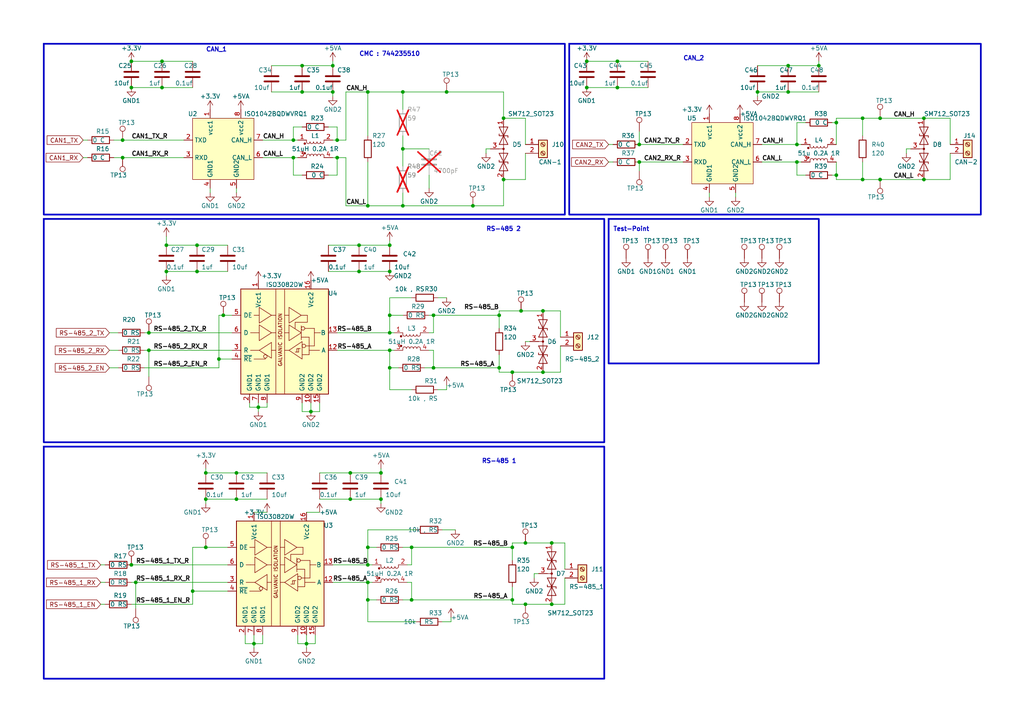
<source format=kicad_sch>
(kicad_sch (version 20230121) (generator eeschema)
  (paper "A4")
  (title_block (title "Rapid-Core") (date "2024-09-09") (rev "1.0.0"))
  (lib_symbols
    (symbol "Connector:Screw_Terminal_01x02" (pin_names (offset 1.016) hide)
      (property "Reference" "J" (at 0 2.54 0))
      (property "Value" "Screw_Terminal_01x02" (at 0 -5.08 0))
      (symbol "Screw_Terminal_01x02_1_1"
        (pin passive line (at -5.08 0 0) (length 3.81) (name "Pin_1") (number "1"))
        (pin passive line (at -5.08 -2.54 0) (length 3.81) (name "Pin_2") (number "2"))
      )
    )
    (symbol "Connector:TestPoint" (pin_numbers hide) (pin_names (offset 0.762) hide)
      (property "Reference" "TP" (at 0 6.858 0))
      (property "Value" "TestPoint" (at 0 5.08 0))
      (symbol "TestPoint_1_1"
        (pin passive line (at 0 0 90) (length 2.54) (name "1") (number "1"))
      )
    )
    (symbol "Device:C" (pin_numbers hide) (pin_names (offset 0.254))
      (property "Reference" "C" (at 0.635 2.54 0))
      (property "Value" "C" (at 0.635 -2.54 0))
      (symbol "C_1_1"
        (pin passive line (at 0 3.81 270) (length 2.794) (name "~") (number "1"))
        (pin passive line (at 0 -3.81 90) (length 2.794) (name "~") (number "2"))
      )
    )
    (symbol "Device:L_Coupled" (pin_names (offset 0.254) hide)
      (property "Reference" "L" (at 0 4.445 0))
      (property "Value" "L_Coupled" (at 0 -4.445 0))
      (symbol "L_Coupled_1_1"
        (pin passive line (at -5.08 2.54 0) (length 2.54) (name "1") (number "1"))
        (pin passive line (at 5.08 2.54 180) (length 2.54) (name "2") (number "2"))
        (pin passive line (at -5.08 -2.54 0) (length 2.54) (name "3") (number "3"))
        (pin passive line (at 5.08 -2.54 180) (length 2.54) (name "4") (number "4"))
      )
    )
    (symbol "Device:R" (pin_numbers hide) (pin_names (offset 0))
      (property "Reference" "R" (at 2.032 0 90))
      (property "Value" "R" (at 0 0 90))
      (symbol "R_1_1"
        (pin passive line (at 0 3.81 270) (length 1.27) (name "~") (number "1"))
        (pin passive line (at 0 -3.81 90) (length 1.27) (name "~") (number "2"))
      )
    )
    (symbol "Diode:SM712_SOT23" (pin_names (offset 1.016) hide)
      (property "Reference" "D" (at 0 4.445 0))
      (property "Value" "SM712_SOT23" (at 0 2.54 0))
      (symbol "SM712_SOT23_1_1"
        (pin passive line (at -8.89 0 0) (length 2.54) (name "A1") (number "1"))
        (pin passive line (at 8.89 0 180) (length 2.54) (name "A2") (number "2"))
        (pin input line (at 0 -3.81 90) (length 2.54) (name "common") (number "3"))
      )
    )
    (symbol "ISO1042BQDWVRQ1:ISO1042BQDWVRQ1_CAN"
      (property "Reference" "U" (at 0 11.43 0))
      (property "Value" "ISO1042BQDWVRQ1" (at 0 0 0))
      (symbol "ISO1042BQDWVRQ1_CAN_0_0"
        (text "" (at -7.62 2.54 0) (effects (font (size 1.27 1.27))))
      )
      (symbol "ISO1042BQDWVRQ1_CAN_1_1"
        (pin power_in line (at -3.81 11.43 270) (length 2.54) (name "vcc1") (number "1"))
        (pin passive line (at -11.43 2.54 0) (length 2.54) (name "TXD") (number "2"))
        (pin passive line (at -11.43 -2.54 0) (length 2.54) (name "RXD") (number "3"))
        (pin passive line (at -3.81 -11.43 90) (length 2.54) (name "GND1") (number "4"))
        (pin passive line (at 3.81 -11.43 90) (length 2.54) (name "GND2") (number "5"))
        (pin passive line (at 11.43 -2.54 180) (length 2.54) (name "CAN_L") (number "6"))
        (pin passive line (at 11.43 2.54 180) (length 2.54) (name "CAN_H") (number "7"))
        (pin power_in line (at 5.08 11.43 270) (length 2.54) (name "vcc2") (number "8"))
      )
    )
    (symbol "Interface_UART:ISO3082DW" (pin_names (offset 0.762))
      (property "Reference" "U" (at 0 19.05 0))
      (property "Value" "ISO3082DW" (at 0 16.51 0))
      (symbol "ISO3082DW_0_0"
        (text "GALVANIC ISOLATION" (at -1.27 0.508 900) (effects (font (size 1.016 1.016))))
      )
      (symbol "ISO3082DW_1_1"
        (pin power_in line (at -7.62 17.78 270) (length 2.54) (name "Vcc1") (number "1"))
        (pin power_in line (at 7.62 -17.78 90) (length 2.54) (name "GND2") (number "10"))
        (pin no_connect line (at 12.7 10.16 180) (length 2.54) hide (name "NC") (number "11"))
        (pin bidirectional line (at 15.24 -2.54 180) (length 2.54) (name "A") (number "12"))
        (pin bidirectional line (at 15.24 2.54 180) (length 2.54) (name "B") (number "13"))
        (pin no_connect line (at 12.7 7.62 180) (length 2.54) hide (name "NC") (number "14"))
        (pin power_in line (at 10.16 -17.78 90) (length 2.54) (name "GND2") (number "15"))
        (pin power_in line (at 7.62 17.78 270) (length 2.54) (name "Vcc2") (number "16"))
        (pin power_in line (at -10.16 -17.78 90) (length 2.54) (name "GND1") (number "2"))
        (pin output line (at -15.24 -2.54 0) (length 2.54) (name "R") (number "3"))
        (pin input line (at -15.24 -5.08 0) (length 2.54) (name "~{RE}") (number "4"))
        (pin input line (at -15.24 7.62 0) (length 2.54) (name "DE") (number "5"))
        (pin input line (at -15.24 2.54 0) (length 2.54) (name "D") (number "6"))
        (pin power_in line (at -7.62 -17.78 90) (length 2.54) (name "GND1") (number "7"))
        (pin power_in line (at -5.08 -17.78 90) (length 2.54) (name "GND1") (number "8"))
        (pin power_in line (at 5.08 -17.78 90) (length 2.54) (name "GND2") (number "9"))
      )
    )
    (symbol "power:+3.3V" (power) (pin_names (offset 0))
      (property "Value" "+3.3V" (at 0 3.556 0))
      (symbol "+3.3V_1_1"
        (pin power_in line (at 0 0 90) (length 0) hide (name "+3.3V") (number "1"))
      )
    )
    (symbol "power:+5VA" (power) (pin_names (offset 0))
      (property "Value" "+5VA" (at 0 3.556 0))
      (symbol "+5VA_1_1"
        (pin power_in line (at 0 0 90) (length 0) hide (name "+5VA") (number "1"))
      )
    )
    (symbol "power:GND1" (power) (pin_names (offset 0))
      (property "Value" "GND1" (at 0 -3.81 0))
      (symbol "GND1_1_1"
        (pin power_in line (at 0 0 270) (length 0) hide (name "GND1") (number "1"))
      )
    )
    (symbol "power:GND2" (power) (pin_names (offset 0))
      (property "Value" "GND2" (at 0 -3.81 0))
      (symbol "GND2_1_1"
        (pin power_in line (at 0 0 270) (length 0) hide (name "GND2") (number "1"))
      )
    )
  )
  (junction (at 160.02 157.48))
  (junction (at 68.58 137.16))
  (junction (at 85.09 45.72))
  (junction (at 106.68 26.67))
  (junction (at 157.48 107.95))
  (junction (at 151.13 90.17))
  (junction (at 87.63 26.67))
  (junction (at 106.68 163.83))
  (junction (at 96.52 19.05))
  (junction (at 267.97 52.07))
  (junction (at 97.79 45.72))
  (junction (at 144.78 91.44))
  (junction (at 228.6 26.67))
  (junction (at 110.49 137.16))
  (junction (at 148.59 107.95))
  (junction (at 106.68 173.99))
  (junction (at 113.03 78.74))
  (junction (at 185.42 46.99))
  (junction (at 96.52 26.67))
  (junction (at 39.37 168.91))
  (junction (at 35.56 40.64))
  (junction (at 255.27 52.07))
  (junction (at 179.07 25.4))
  (junction (at 43.18 101.6))
  (junction (at 237.49 19.05))
  (junction (at 137.16 59.69))
  (junction (at 97.79 40.64))
  (junction (at 59.69 137.16))
  (junction (at 90.17 119.38))
  (junction (at 104.14 78.74))
  (junction (at 148.59 158.75))
  (junction (at 116.84 59.69))
  (junction (at 152.4 175.26))
  (junction (at 104.14 71.12))
  (junction (at 57.15 78.74))
  (junction (at 113.03 96.52))
  (junction (at 129.54 26.67))
  (junction (at 59.69 144.78))
  (junction (at 119.38 173.99))
  (junction (at 179.07 17.78))
  (junction (at 38.1 163.83))
  (junction (at 87.63 19.05))
  (junction (at 116.84 26.67))
  (junction (at 113.03 101.6))
  (junction (at 101.6 137.16))
  (junction (at 231.14 46.99))
  (junction (at 160.02 175.26))
  (junction (at 46.99 25.4))
  (junction (at 157.48 90.17))
  (junction (at 125.73 106.68))
  (junction (at 250.19 52.07))
  (junction (at 101.6 144.78))
  (junction (at 267.97 34.29))
  (junction (at 68.58 144.78))
  (junction (at 119.38 158.75))
  (junction (at 242.57 35.56))
  (junction (at 146.05 52.07))
  (junction (at 255.27 34.29))
  (junction (at 38.1 25.4))
  (junction (at 55.88 171.45))
  (junction (at 63.5 104.14))
  (junction (at 148.59 173.99))
  (junction (at 106.68 158.75))
  (junction (at 48.26 78.74))
  (junction (at 170.18 25.4))
  (junction (at 38.1 17.78))
  (junction (at 185.42 41.91))
  (junction (at 144.78 106.68))
  (junction (at 73.66 186.69))
  (junction (at 113.03 106.68))
  (junction (at 113.03 91.44))
  (junction (at 59.69 158.75))
  (junction (at 46.99 17.78))
  (junction (at 57.15 71.12))
  (junction (at 146.05 34.29))
  (junction (at 110.49 144.78))
  (junction (at 35.56 45.72))
  (junction (at 219.71 26.67))
  (junction (at 170.18 17.78))
  (junction (at 231.14 41.91))
  (junction (at 242.57 50.8))
  (junction (at 85.09 40.64))
  (junction (at 116.84 43.18))
  (junction (at 43.18 96.52))
  (junction (at 106.68 59.69))
  (junction (at 64.77 91.44))
  (junction (at 106.68 168.91))
  (junction (at 250.19 34.29))
  (junction (at 48.26 71.12))
  (junction (at 113.03 71.12))
  (junction (at 125.73 91.44))
  (junction (at 228.6 19.05))
  (junction (at 88.9 186.69))
  (junction (at 74.93 118.11))
  (junction (at 152.4 157.48))
  (wire (pts (xy 128.27 153.67) (xy 132.08 153.67)))
  (wire (pts (xy 228.6 19.05) (xy 237.49 19.05)))
  (wire (pts (xy 157.48 107.95) (xy 162.56 107.95)))
  (wire (pts (xy 219.71 26.67) (xy 219.71 27.94)))
  (wire (pts (xy 140.97 44.45) (xy 140.97 43.18)))
  (wire (pts (xy 25.4 40.64) (xy 24.13 40.64)))
  (wire (pts (xy 74.93 118.11) (xy 77.47 118.11)))
  (wire (pts (xy 140.97 43.18) (xy 142.24 43.18)))
  (wire (pts (xy 39.37 168.91) (xy 66.04 168.91)))
  (wire (pts (xy 241.3 35.56) (xy 242.57 35.56)))
  (wire (pts (xy 163.83 175.26) (xy 163.83 167.64)))
  (wire (pts (xy 95.25 71.12) (xy 104.14 71.12)))
  (wire (pts (xy 275.59 52.07) (xy 275.59 44.45)))
  (wire (pts (xy 205.74 57.15) (xy 205.74 55.88)))
  (wire (pts (xy 110.49 146.05) (xy 110.49 144.78)))
  (wire (pts (xy 113.03 69.85) (xy 113.03 71.12)))
  (wire (pts (xy 162.56 107.95) (xy 162.56 100.33)))
  (wire (pts (xy 71.12 184.15) (xy 71.12 186.69)))
  (wire (pts (xy 96.52 27.94) (xy 96.52 26.67)))
  (wire (pts (xy 119.38 86.36) (xy 113.03 86.36)))
  (wire (pts (xy 53.34 45.72) (xy 35.56 45.72)))
  (wire (pts (xy 86.36 186.69) (xy 88.9 186.69)))
  (wire (pts (xy 95.25 50.8) (xy 97.79 50.8)))
  (wire (pts (xy 228.6 26.67) (xy 237.49 26.67)))
  (wire (pts (xy 154.94 166.37) (xy 154.94 167.64)))
  (wire (pts (xy 48.26 71.12) (xy 57.15 71.12)))
  (wire (pts (xy 125.73 101.6) (xy 125.73 106.68)))
  (wire (pts (xy 38.1 163.83) (xy 66.04 163.83)))
  (wire (pts (xy 128.27 180.34) (xy 130.81 180.34)))
  (wire (pts (xy 78.74 19.05) (xy 87.63 19.05)))
  (wire (pts (xy 92.71 119.38) (xy 92.71 116.84)))
  (wire (pts (xy 86.36 184.15) (xy 86.36 186.69)))
  (wire (pts (xy 231.14 35.56) (xy 231.14 41.91)))
  (wire (pts (xy 262.89 43.18) (xy 264.16 43.18)))
  (wire (pts (xy 119.38 168.91) (xy 119.38 173.99)))
  (wire (pts (xy 110.49 135.89) (xy 110.49 137.16)))
  (wire (pts (xy 68.58 55.88) (xy 68.58 54.61)))
  (wire (pts (xy 88.9 148.59) (xy 92.71 148.59)))
  (wire (pts (xy 76.2 186.69) (xy 76.2 184.15)))
  (wire (pts (xy 177.8 41.91) (xy 176.53 41.91)))
  (wire (pts (xy 77.47 118.11) (xy 77.47 116.84)))
  (wire (pts (xy 241.3 50.8) (xy 242.57 50.8)))
  (wire (pts (xy 97.79 45.72) (xy 96.52 45.72)))
  (wire (pts (xy 59.69 135.89) (xy 59.69 137.16)))
  (wire (pts (xy 35.56 45.72) (xy 33.02 45.72)))
  (wire (pts (xy 113.03 113.03) (xy 113.03 106.68)))
  (wire (pts (xy 146.05 26.67) (xy 146.05 34.29)))
  (wire (pts (xy 87.63 26.67) (xy 96.52 26.67)))
  (wire (pts (xy 160.02 175.26) (xy 163.83 175.26)))
  (wire (pts (xy 100.33 45.72) (xy 100.33 59.69)))
  (wire (pts (xy 250.19 34.29) (xy 250.19 39.37)))
  (wire (pts (xy 119.38 158.75) (xy 148.59 158.75)))
  (wire (pts (xy 73.66 184.15) (xy 73.66 186.69)))
  (wire (pts (xy 96.52 17.78) (xy 96.52 19.05)))
  (wire (pts (xy 88.9 186.69) (xy 91.44 186.69)))
  (wire (pts (xy 109.22 173.99) (xy 106.68 173.99)))
  (wire (pts (xy 53.34 40.64) (xy 35.56 40.64)))
  (wire (pts (xy 144.78 90.17) (xy 151.13 90.17)))
  (wire (pts (xy 85.09 40.64) (xy 86.36 40.64)))
  (wire (pts (xy 73.66 186.69) (xy 76.2 186.69)))
  (wire (pts (xy 48.26 78.74) (xy 48.26 80.01)))
  (wire (pts (xy 148.59 173.99) (xy 148.59 175.26)))
  (wire (pts (xy 90.17 116.84) (xy 90.17 119.38)))
  (wire (pts (xy 162.56 97.79) (xy 162.56 90.17)))
  (wire (pts (xy 72.39 118.11) (xy 72.39 116.84)))
  (wire (pts (xy 125.73 106.68) (xy 144.78 106.68)))
  (wire (pts (xy 250.19 46.99) (xy 250.19 52.07)))
  (wire (pts (xy 48.26 78.74) (xy 57.15 78.74)))
  (wire (pts (xy 41.91 106.68) (xy 63.5 106.68)))
  (wire (pts (xy 106.68 153.67) (xy 106.68 158.75)))
  (wire (pts (xy 25.4 45.72) (xy 24.13 45.72)))
  (wire (pts (xy 55.88 175.26) (xy 55.88 171.45)))
  (wire (pts (xy 67.31 91.44) (xy 64.77 91.44)))
  (wire (pts (xy 106.68 158.75) (xy 106.68 163.83)))
  (wire (pts (xy 113.03 96.52) (xy 114.3 96.52)))
  (wire (pts (xy 106.68 26.67) (xy 106.68 39.37)))
  (wire (pts (xy 97.79 96.52) (xy 113.03 96.52)))
  (wire (pts (xy 46.99 17.78) (xy 55.88 17.78)))
  (wire (pts (xy 57.15 78.74) (xy 66.04 78.74)))
  (wire (pts (xy 38.1 168.91) (xy 39.37 168.91)))
  (wire (pts (xy 267.97 52.07) (xy 275.59 52.07)))
  (wire (pts (xy 87.63 50.8) (xy 85.09 50.8)))
  (wire (pts (xy 116.84 91.44) (xy 113.03 91.44)))
  (wire (pts (xy 91.44 186.69) (xy 91.44 184.15)))
  (wire (pts (xy 97.79 45.72) (xy 97.79 50.8)))
  (wire (pts (xy 90.17 119.38) (xy 92.71 119.38)))
  (wire (pts (xy 129.54 113.03) (xy 129.54 111.76)))
  (wire (pts (xy 46.99 25.4) (xy 55.88 25.4)))
  (wire (pts (xy 144.78 102.87) (xy 144.78 106.68)))
  (wire (pts (xy 73.66 186.69) (xy 73.66 187.96)))
  (wire (pts (xy 63.5 91.44) (xy 63.5 104.14)))
  (wire (pts (xy 116.84 59.69) (xy 137.16 59.69)))
  (wire (pts (xy 152.4 44.45) (xy 152.4 52.07)))
  (wire (pts (xy 154.94 166.37) (xy 156.21 166.37)))
  (wire (pts (xy 177.8 46.99) (xy 176.53 46.99)))
  (wire (pts (xy 116.84 26.67) (xy 129.54 26.67)))
  (wire (pts (xy 97.79 101.6) (xy 113.03 101.6)))
  (wire (pts (xy 119.38 158.75) (xy 119.38 163.83)))
  (wire (pts (xy 74.93 118.11) (xy 74.93 116.84)))
  (wire (pts (xy 63.5 104.14) (xy 67.31 104.14)))
  (wire (pts (xy 275.59 41.91) (xy 275.59 34.29)))
  (wire (pts (xy 116.84 26.67) (xy 116.84 31.75)))
  (wire (pts (xy 148.59 158.75) (xy 148.59 162.56)))
  (wire (pts (xy 55.88 171.45) (xy 66.04 171.45)))
  (wire (pts (xy 242.57 50.8) (xy 242.57 52.07)))
  (wire (pts (xy 116.84 59.69) (xy 116.84 55.88)))
  (wire (pts (xy 63.5 106.68) (xy 63.5 104.14)))
  (wire (pts (xy 118.11 163.83) (xy 119.38 163.83)))
  (wire (pts (xy 148.59 175.26) (xy 152.4 175.26)))
  (wire (pts (xy 170.18 25.4) (xy 179.07 25.4)))
  (wire (pts (xy 92.71 137.16) (xy 101.6 137.16)))
  (wire (pts (xy 104.14 71.12) (xy 113.03 71.12)))
  (wire (pts (xy 97.79 36.83) (xy 95.25 36.83)))
  (wire (pts (xy 146.05 34.29) (xy 152.4 34.29)))
  (wire (pts (xy 148.59 107.95) (xy 157.48 107.95)))
  (wire (pts (xy 144.78 90.17) (xy 144.78 91.44)))
  (wire (pts (xy 96.52 168.91) (xy 106.68 168.91)))
  (wire (pts (xy 68.58 144.78) (xy 77.47 144.78)))
  (wire (pts (xy 151.13 90.17) (xy 157.48 90.17)))
  (wire (pts (xy 113.03 101.6) (xy 114.3 101.6)))
  (wire (pts (xy 85.09 45.72) (xy 86.36 45.72)))
  (wire (pts (xy 71.12 186.69) (xy 73.66 186.69)))
  (wire (pts (xy 231.14 41.91) (xy 232.41 41.91)))
  (wire (pts (xy 76.2 40.64) (xy 85.09 40.64)))
  (wire (pts (xy 163.83 157.48) (xy 163.83 165.1)))
  (wire (pts (xy 31.75 106.68) (xy 34.29 106.68)))
  (wire (pts (xy 116.84 43.18) (xy 124.46 43.18)))
  (wire (pts (xy 59.69 158.75) (xy 66.04 158.75)))
  (wire (pts (xy 72.39 118.11) (xy 74.93 118.11)))
  (wire (pts (xy 48.26 68.58) (xy 48.26 71.12)))
  (wire (pts (xy 87.63 119.38) (xy 90.17 119.38)))
  (wire (pts (xy 148.59 157.48) (xy 152.4 157.48)))
  (wire (pts (xy 43.18 109.22) (xy 43.18 101.6)))
  (wire (pts (xy 125.73 91.44) (xy 144.78 91.44)))
  (wire (pts (xy 120.65 180.34) (xy 106.68 180.34)))
  (wire (pts (xy 92.71 144.78) (xy 101.6 144.78)))
  (wire (pts (xy 153.67 99.06) (xy 152.4 99.06)))
  (wire (pts (xy 60.96 55.88) (xy 60.96 54.61)))
  (wire (pts (xy 198.12 46.99) (xy 185.42 46.99)))
  (wire (pts (xy 120.65 153.67) (xy 106.68 153.67)))
  (wire (pts (xy 220.98 46.99) (xy 231.14 46.99)))
  (wire (pts (xy 41.91 101.6) (xy 43.18 101.6)))
  (wire (pts (xy 242.57 34.29) (xy 250.19 34.29)))
  (wire (pts (xy 262.89 44.45) (xy 262.89 43.18)))
  (wire (pts (xy 185.42 49.53) (xy 185.42 46.99)))
  (wire (pts (xy 213.36 57.15) (xy 213.36 55.88)))
  (wire (pts (xy 39.37 176.53) (xy 39.37 168.91)))
  (wire (pts (xy 88.9 184.15) (xy 88.9 186.69)))
  (wire (pts (xy 35.56 40.64) (xy 33.02 40.64)))
  (wire (pts (xy 31.75 96.52) (xy 34.29 96.52)))
  (wire (pts (xy 148.59 170.18) (xy 148.59 173.99)))
  (wire (pts (xy 106.68 168.91) (xy 107.95 168.91)))
  (wire (pts (xy 74.93 119.38) (xy 74.93 118.11)))
  (wire (pts (xy 179.07 17.78) (xy 187.96 17.78)))
  (wire (pts (xy 118.11 168.91) (xy 119.38 168.91)))
  (wire (pts (xy 129.54 26.67) (xy 146.05 26.67)))
  (wire (pts (xy 85.09 36.83) (xy 85.09 40.64)))
  (wire (pts (xy 219.71 26.67) (xy 228.6 26.67)))
  (wire (pts (xy 29.21 163.83) (xy 30.48 163.83)))
  (wire (pts (xy 113.03 86.36) (xy 113.03 91.44)))
  (wire (pts (xy 97.79 40.64) (xy 97.79 36.83)))
  (wire (pts (xy 231.14 46.99) (xy 232.41 46.99)))
  (wire (pts (xy 162.56 90.17) (xy 157.48 90.17)))
  (wire (pts (xy 185.42 38.1) (xy 185.42 41.91)))
  (wire (pts (xy 106.68 163.83) (xy 107.95 163.83)))
  (wire (pts (xy 100.33 45.72) (xy 97.79 45.72)))
  (wire (pts (xy 242.57 35.56) (xy 242.57 41.91)))
  (wire (pts (xy 144.78 107.95) (xy 148.59 107.95)))
  (wire (pts (xy 170.18 17.78) (xy 179.07 17.78)))
  (wire (pts (xy 160.02 157.48) (xy 163.83 157.48)))
  (wire (pts (xy 137.16 59.69) (xy 146.05 59.69)))
  (wire (pts (xy 146.05 59.69) (xy 146.05 52.07)))
  (wire (pts (xy 106.68 163.83) (xy 96.52 163.83)))
  (wire (pts (xy 179.07 25.4) (xy 187.96 25.4)))
  (wire (pts (xy 43.18 101.6) (xy 67.31 101.6)))
  (wire (pts (xy 106.68 59.69) (xy 116.84 59.69)))
  (wire (pts (xy 59.69 146.05) (xy 59.69 144.78)))
  (wire (pts (xy 106.68 173.99) (xy 106.68 168.91)))
  (wire (pts (xy 78.74 26.67) (xy 87.63 26.67)))
  (wire (pts (xy 231.14 35.56) (xy 233.68 35.56)))
  (wire (pts (xy 104.14 78.74) (xy 113.03 78.74)))
  (wire (pts (xy 242.57 35.56) (xy 242.57 34.29)))
  (wire (pts (xy 255.27 34.29) (xy 267.97 34.29)))
  (wire (pts (xy 250.19 52.07) (xy 255.27 52.07)))
  (wire (pts (xy 185.42 41.91) (xy 198.12 41.91)))
  (wire (pts (xy 100.33 59.69) (xy 106.68 59.69)))
  (wire (pts (xy 43.18 96.52) (xy 67.31 96.52)))
  (wire (pts (xy 219.71 19.05) (xy 228.6 19.05)))
  (wire (pts (xy 100.33 26.67) (xy 106.68 26.67)))
  (wire (pts (xy 144.78 91.44) (xy 144.78 95.25)))
  (wire (pts (xy 242.57 52.07) (xy 250.19 52.07)))
  (wire (pts (xy 87.63 36.83) (xy 85.09 36.83)))
  (wire (pts (xy 113.03 101.6) (xy 113.03 106.68)))
  (wire (pts (xy 41.91 96.52) (xy 43.18 96.52)))
  (wire (pts (xy 152.4 41.91) (xy 152.4 34.29)))
  (wire (pts (xy 116.84 39.37) (xy 116.84 43.18)))
  (wire (pts (xy 127 86.36) (xy 129.54 86.36)))
  (wire (pts (xy 115.57 106.68) (xy 113.03 106.68)))
  (wire (pts (xy 31.75 101.6) (xy 34.29 101.6)))
  (wire (pts (xy 97.79 40.64) (xy 100.33 40.64)))
  (wire (pts (xy 242.57 46.99) (xy 242.57 50.8)))
  (wire (pts (xy 38.1 17.78) (xy 46.99 17.78)))
  (wire (pts (xy 55.88 158.75) (xy 55.88 171.45)))
  (wire (pts (xy 97.79 40.64) (xy 96.52 40.64)))
  (wire (pts (xy 119.38 113.03) (xy 113.03 113.03)))
  (wire (pts (xy 116.84 173.99) (xy 119.38 173.99)))
  (wire (pts (xy 220.98 41.91) (xy 231.14 41.91)))
  (wire (pts (xy 88.9 187.96) (xy 88.9 186.69)))
  (wire (pts (xy 87.63 116.84) (xy 87.63 119.38)))
  (wire (pts (xy 59.69 137.16) (xy 68.58 137.16)))
  (wire (pts (xy 231.14 50.8) (xy 233.68 50.8)))
  (wire (pts (xy 106.68 46.99) (xy 106.68 59.69)))
  (wire (pts (xy 101.6 144.78) (xy 110.49 144.78)))
  (wire (pts (xy 116.84 43.18) (xy 116.84 48.26)))
  (wire (pts (xy 275.59 34.29) (xy 267.97 34.29)))
  (wire (pts (xy 95.25 78.74) (xy 104.14 78.74)))
  (wire (pts (xy 106.68 180.34) (xy 106.68 173.99)))
  (wire (pts (xy 38.1 175.26) (xy 55.88 175.26)))
  (wire (pts (xy 76.2 45.72) (xy 85.09 45.72)))
  (wire (pts (xy 38.1 25.4) (xy 46.99 25.4)))
  (wire (pts (xy 148.59 158.75) (xy 148.59 157.48)))
  (wire (pts (xy 125.73 91.44) (xy 125.73 96.52)))
  (wire (pts (xy 152.4 157.48) (xy 160.02 157.48)))
  (wire (pts (xy 85.09 45.72) (xy 85.09 50.8)))
  (wire (pts (xy 113.03 91.44) (xy 113.03 96.52)))
  (wire (pts (xy 152.4 52.07) (xy 146.05 52.07)))
  (wire (pts (xy 57.15 71.12) (xy 66.04 71.12)))
  (wire (pts (xy 130.81 180.34) (xy 130.81 179.07)))
  (wire (pts (xy 237.49 17.78) (xy 237.49 19.05)))
  (wire (pts (xy 125.73 96.52) (xy 124.46 96.52)))
  (wire (pts (xy 124.46 50.8) (xy 124.46 54.61)))
  (wire (pts (xy 106.68 26.67) (xy 116.84 26.67)))
  (wire (pts (xy 68.58 137.16) (xy 77.47 137.16)))
  (wire (pts (xy 116.84 158.75) (xy 119.38 158.75)))
  (wire (pts (xy 127 113.03) (xy 129.54 113.03)))
  (wire (pts (xy 124.46 101.6) (xy 125.73 101.6)))
  (wire (pts (xy 119.38 173.99) (xy 148.59 173.99)))
  (wire (pts (xy 55.88 158.75) (xy 59.69 158.75)))
  (wire (pts (xy 255.27 52.07) (xy 267.97 52.07)))
  (wire (pts (xy 109.22 158.75) (xy 106.68 158.75)))
  (wire (pts (xy 124.46 91.44) (xy 125.73 91.44)))
  (wire (pts (xy 29.21 175.26) (xy 30.48 175.26)))
  (wire (pts (xy 250.19 34.29) (xy 255.27 34.29)))
  (wire (pts (xy 100.33 26.67) (xy 100.33 40.64)))
  (wire (pts (xy 87.63 19.05) (xy 96.52 19.05)))
  (wire (pts (xy 64.77 91.44) (xy 63.5 91.44)))
  (wire (pts (xy 123.19 106.68) (xy 125.73 106.68)))
  (wire (pts (xy 231.14 46.99) (xy 231.14 50.8)))
  (wire (pts (xy 152.4 175.26) (xy 160.02 175.26)))
  (wire (pts (xy 101.6 137.16) (xy 110.49 137.16)))
  (wire (pts (xy 59.69 144.78) (xy 68.58 144.78)))
  (wire (pts (xy 73.66 148.59) (xy 77.47 148.59)))
  (wire (pts (xy 29.21 168.91) (xy 30.48 168.91)))
  (wire (pts (xy 144.78 107.95) (xy 144.78 106.68)))
  (rectangle (start 12.7 12.7) (end 163.83 62.23) (stroke (width 0.5)))
  (rectangle (start 12.7 129.54) (end 175.26 196.85) (stroke (width 0.5)))
  (rectangle (start 12.7 63.5) (end 175.26 128.27) (stroke (width 0.5)))
  (rectangle (start 165.1 12.7) (end 284.48 62.23) (stroke (width 0.5)))
  (rectangle (start 176.53 63.5) (end 237.49 105.41) (stroke (width 0.5)))
  (text "Test-Point\n" (at 177.8 67.31 0) (effects (font (size 1.27 1.27) bold) (justify left bottom)))
  (text "CAN_2\n" (at 198.12 17.78 0) (effects (font (size 1.27 1.27) bold) (justify left bottom)))
  (text "RS-485 1" (at 139.7 134.62 0) (effects (font (size 1.27 1.27) bold) (justify left bottom)))
  (text "RS-485 2" (at 140.97 67.31 0) (effects (font (size 1.27 1.27) bold) (justify left bottom)))
  (text "CAN_1" (at 59.69 15.24 0) (effects (font (size 1.27 1.27) bold) (justify left bottom)))
  (text "CMC : 744235510\n" (at 104.14 16.51 0) (effects (font (size 1.27 1.27) (thickness 0.254) bold) (justify left bottom)))
  (label "CAN_L" (at 220.98 46.99 0) (effects (font bold)))
  (label "RS-485_B" (at 144.78 90.17 180) (effects (font bold)))
  (label "RS-485_1_EN_R" (at 39.37 175.26 0) (effects (font bold)))
  (label "CAN_H" (at 220.98 41.91 0) (effects (font bold)))
  (label "RS-485_A" (at 147.32 173.99 180) (effects (font bold)))
  (label "RS-485_2_RX_R" (at 44.45 101.6 0) (effects (font bold)))
  (label "RS-485_B" (at 96.52 163.83 0) (effects (font bold)))
  (label "RS-485_B" (at 137.16 158.75 0) (effects (font bold)))
  (label "RS-485_A" (at 97.79 101.6 0) (effects (font bold)))
  (label "CAN_L" (at 259.08 52.07 0) (effects (font bold)))
  (label "CAN2_TX_R" (at 186.69 41.91 0) (effects (font bold)))
  (label "RS-485_A" (at 96.52 168.91 0) (effects (font bold)))
  (label "CAN1_TX_R" (at 38.1 40.64 0) (effects (font bold)))
  (label "CAN1_RX_R" (at 38.1 45.72 0) (effects (font bold)))
  (label "RS-485_2_TX_R" (at 44.45 96.52 0) (effects (font bold)))
  (label "RS-485_1_TX_R" (at 39.37 163.83 0) (effects (font bold)))
  (label "RS-485_B" (at 107.95 96.52 180) (effects (font bold)))
  (label "CAN_L" (at 100.33 59.69 0) (effects (font bold)))
  (label "CAN_H" (at 100.33 26.67 0) (effects (font bold)))
  (label "RS-485_A" (at 143.51 106.68 180) (effects (font bold)))
  (label "CAN_L" (at 76.2 45.72 0) (effects (font bold)))
  (label "RS-485_1_RX_R" (at 39.37 168.91 0) (effects (font bold)))
  (label "CAN_H" (at 259.08 34.29 0) (effects (font bold)))
  (label "CAN_H" (at 76.2 40.64 0) (effects (font bold)))
  (label "CAN2_RX_R" (at 186.69 46.99 0) (effects (font bold)))
  (label "RS-485_2_EN_R" (at 44.45 106.68 0) (effects (font bold)))
  (global_label "RS-485_1_EN" (shape input) (at 29.21 175.26 180) (property "Intersheetrefs" "${INTERSHEET_REFS}" (effects hide)))
  (global_label "CAN2_TX" (shape input) (at 176.53 41.91 180) (property "Intersheetrefs" "${INTERSHEET_REFS}" (effects hide)))
  (global_label "CAN2_RX" (shape input) (at 176.53 46.99 180) (property "Intersheetrefs" "${INTERSHEET_REFS}" (effects hide)))
  (global_label "RS-485_2_TX" (shape input) (at 31.75 96.52 180) (property "Intersheetrefs" "${INTERSHEET_REFS}" (effects hide)))
  (global_label "RS-485_1_TX" (shape input) (at 29.21 163.83 180) (property "Intersheetrefs" "${INTERSHEET_REFS}" (effects hide)))
  (global_label "RS-485_2_RX" (shape input) (at 31.75 101.6 180) (property "Intersheetrefs" "${INTERSHEET_REFS}" (effects hide)))
  (global_label "RS-485_2_EN" (shape input) (at 31.75 106.68 180) (property "Intersheetrefs" "${INTERSHEET_REFS}" (effects hide)))
  (global_label "RS-485_1_RX" (shape input) (at 29.21 168.91 180) (property "Intersheetrefs" "${INTERSHEET_REFS}" (effects hide)))
  (global_label "CAN1_RX" (shape input) (at 24.13 45.72 180) (property "Intersheetrefs" "${INTERSHEET_REFS}" (effects hide)))
  (global_label "CAN1_TX" (shape input) (at 24.13 40.64 180) (property "Intersheetrefs" "${INTERSHEET_REFS}" (effects hide)))
  (symbol (lib_id "Device:R") (at 119.38 106.68 90) (unit 1)
    (property "Reference" "R28" (at 121.92 104.14 90) (effects (justify left)))
    (property "Value" "0 RS" (at 121.92 106.68 90) (effects (justify left)))
    (property "Footprint" "Resistor_SMD:R_0603_1608Metric_Pad0.98x0.95mm_HandSolder" (effects hide))
  )
  (symbol (lib_id "Device:C") (at 179.07 21.59 0) (unit 1)
    (property "Reference" "C44" (at 176.53 19.05 0) (effects (justify left)))
    (property "Value" "1uf" (at 175.26 24.13 0) (effects (justify left)))
    (property "Footprint" "Capacitor_SMD:C_0603_1608Metric_Pad1.08x0.95mm_HandSolder" (effects hide))
  )
  (symbol (lib_id "power:+3.3V") (at 74.93 81.28 0) (unit 1)
    (property "Reference" "#PWR065" (effects hide))
    (property "Value" "+3.3V" (at 78.74 80.01 0))
  )
  (symbol (lib_id "Device:R") (at 116.84 35.56 0) (unit 1) (dnp yes)
    (property "Reference" "R47" (at 118.11 31.75 0) (effects (justify left)))
    (property "Value" "59" (at 118.11 34.29 0) (effects (justify left)))
    (property "Footprint" "Resistor_SMD:R_0603_1608Metric_Pad0.98x0.95mm_HandSolder" (effects hide))
  )
  (symbol (lib_id "Device:C") (at 48.26 74.93 0) (unit 1)
    (property "Reference" "C27" (at 49.53 72.39 0) (effects (justify left)))
    (property "Value" "0.1uf" (at 48.26 77.47 0) (effects (justify left)))
    (property "Footprint" "Capacitor_SMD:C_0603_1608Metric_Pad1.08x0.95mm_HandSolder" (effects hide))
  )
  (symbol (lib_id "ISO1042BQDWVRQ1:ISO1042BQDWVRQ1_CAN") (at 64.77 43.18 0) (unit 1)
    (property "Reference" "U2" (at 55.88 33.02 0))
    (property "Value" "ISO1042BQDWVRQ1" (at 80.01 33.02 0))
    (property "Footprint" "ISO1042BQDWVRQ1:IC_AMC1311BQDWVQ1" (effects hide))
  )
  (symbol (lib_id "Device:R") (at 250.19 43.18 0) (unit 1)
    (property "Reference" "R40" (at 252.73 41.91 0) (effects (justify left)))
    (property "Value" "120" (at 252.73 44.45 0) (effects (justify left)))
    (property "Footprint" "Resistor_SMD:R_0805_2012Metric_Pad1.20x1.40mm_HandSolder" (effects hide))
  )
  (symbol (lib_id "Connector:TestPoint") (at 226.06 74.93 0) (unit 1)
    (property "Reference" "TP13" (at 224.79 69.85 0) (effects (justify left)))
    (property "Value" "TestPoint" (effects hide))
    (property "Footprint" "TestPoint:TestPoint_Pad_D2.5mm" (effects hide))
    (instances (project "Rapid_Core-RCP" (path "" (reference "TP13") (unit 1)) (path "" (reference "TP61") (unit 1))))
  )
  (symbol (lib_id "Connector:TestPoint") (at 148.59 107.95 180) (unit 1)
    (property "Reference" "TP13" (at 149.86 113.03 0) (effects (justify left)))
    (property "Value" "TestPoint" (effects hide))
    (property "Footprint" "TestPoint:TestPoint_Pad_D2.5mm" (effects hide))
    (instances (project "Rapid_Core-RCP" (path "" (reference "TP13") (unit 1)) (path "" (reference "TP45") (unit 1))))
  )
  (symbol (lib_id "power:GND2") (at 215.9 87.63 0) (unit 1)
    (property "Reference" "#PWR0133" (effects hide))
    (property "Value" "GND2" (at 215.9 91.44 0))
  )
  (symbol (lib_id "power:GND2") (at 113.03 78.74 0) (unit 1)
    (property "Reference" "#PWR077" (effects hide))
    (property "Value" "GND2" (at 116.84 80.01 0))
  )
  (symbol (lib_id "Device:R") (at 144.78 99.06 0) (unit 1)
    (property "Reference" "R34" (at 146.05 95.25 0) (effects (justify left)))
    (property "Value" "120" (at 146.05 97.79 0) (effects (justify left)))
    (property "Footprint" "Resistor_SMD:R_0805_2012Metric_Pad1.20x1.40mm_HandSolder" (effects hide))
  )
  (symbol (lib_id "Device:R") (at 38.1 101.6 90) (unit 1)
    (property "Reference" "R21" (at 40.7399 99.06 90) (effects (justify left)))
    (property "Value" "0 RS" (at 40.64 101.6 90) (effects (justify left)))
    (property "Footprint" "Resistor_SMD:R_0603_1608Metric_Pad0.98x0.95mm_HandSolder" (effects hide))
  )
  (symbol (lib_id "Device:R") (at 29.21 45.72 90) (unit 1)
    (property "Reference" "R16" (at 31.75 43.18 90) (effects (justify left)))
    (property "Value" "0 C" (at 30.48 45.72 90) (effects (justify left)))
    (property "Footprint" "Resistor_SMD:R_0603_1608Metric_Pad0.98x0.95mm_HandSolder" (effects hide))
  )
  (symbol (lib_id "Device:C") (at 66.04 74.93 180) (unit 1)
    (property "Reference" "C31" (at 67.31 72.39 0) (effects (justify right)))
    (property "Value" "10uf" (at 67.31 77.47 0) (effects (justify right)))
    (property "Footprint" "Capacitor_SMD:C_0805_2012Metric_Pad1.18x1.45mm_HandSolder" (effects hide))
  )
  (symbol (lib_id "Connector:TestPoint") (at 185.42 49.53 180) (unit 1)
    (property "Reference" "TP13" (at 186.69 54.61 0) (effects (justify left)))
    (property "Value" "TestPoint" (effects hide))
    (property "Footprint" "TestPoint:TestPoint_Pad_D2.5mm" (effects hide))
    (instances (project "Rapid_Core-RCP" (path "" (reference "TP13") (unit 1)) (path "" (reference "TP50") (unit 1))))
  )
  (symbol (lib_id "Connector:TestPoint") (at 43.18 96.52 0) (unit 1)
    (property "Reference" "TP13" (at 41.91 91.44 0) (effects (justify left)))
    (property "Value" "TestPoint" (effects hide))
    (property "Footprint" "TestPoint:TestPoint_Pad_D2.5mm" (effects hide))
    (instances (project "Rapid_Core-RCP" (path "" (reference "TP13") (unit 1)) (path "" (reference "TP39") (unit 1))))
  )
  (symbol (lib_id "Device:R") (at 148.59 166.37 0) (unit 1)
    (property "Reference" "R35" (at 149.86 162.56 0) (effects (justify left)))
    (property "Value" "120" (at 149.86 165.1 0) (effects (justify left)))
    (property "Footprint" "Resistor_SMD:R_0805_2012Metric_Pad1.20x1.40mm_HandSolder" (effects hide))
  )
  (symbol (lib_id "power:+5VA") (at 214.63 33.02 0) (unit 1)
    (property "Reference" "#PWR090" (effects hide))
    (property "Value" "+5VA" (at 217.17 33.02 0))
  )
  (symbol (lib_id "power:GND2") (at 140.97 44.45 0) (unit 1)
    (property "Reference" "#PWR082" (effects hide))
    (property "Value" "GND2" (at 140.97 48.26 0))
  )
  (symbol (lib_id "Device:C") (at 77.47 140.97 180) (unit 1)
    (property "Reference" "C33" (at 78.74 138.43 0) (effects (justify right)))
    (property "Value" "10uf" (at 78.74 143.51 0) (effects (justify right)))
    (property "Footprint" "Capacitor_SMD:C_0805_2012Metric_Pad1.18x1.45mm_HandSolder" (effects hide))
  )
  (symbol (lib_id "Device:R") (at 123.19 113.03 90) (unit 1)
    (property "Reference" "R31" (at 127 110.49 90) (effects (justify left)))
    (property "Value" "10k , RS" (at 127 115.57 90) (effects (justify left)))
    (property "Footprint" "Resistor_SMD:R_0805_2012Metric_Pad1.20x1.40mm_HandSolder" (effects hide))
  )
  (symbol (lib_id "Device:R") (at 34.29 163.83 90) (unit 1)
    (property "Reference" "R17" (at 36.83 161.29 90) (effects (justify left)))
    (property "Value" "0 RS" (at 36.83 163.83 90) (effects (justify left)))
    (property "Footprint" "Resistor_SMD:R_0603_1608Metric_Pad0.98x0.95mm_HandSolder" (effects hide))
  )
  (symbol (lib_id "Connector:TestPoint") (at 199.39 74.93 0) (unit 1)
    (property "Reference" "TP13" (at 198.12 69.85 0) (effects (justify left)))
    (property "Value" "TestPoint" (effects hide))
    (property "Footprint" "TestPoint:TestPoint_Pad_D2.5mm" (effects hide))
    (instances (project "Rapid_Core-RCP" (path "" (reference "TP13") (unit 1)) (path "" (reference "TP56") (unit 1))))
  )
  (symbol (lib_id "power:GND2") (at 262.89 44.45 0) (unit 1)
    (property "Reference" "#PWR093" (effects hide))
    (property "Value" "GND2" (at 262.89 48.26 0))
  )
  (symbol (lib_id "Connector:TestPoint") (at 185.42 38.1 0) (unit 1)
    (property "Reference" "TP13" (at 184.15 33.02 0) (effects (justify left)))
    (property "Value" "TestPoint" (effects hide))
    (property "Footprint" "TestPoint:TestPoint_Pad_D2.5mm" (effects hide))
    (instances (project "Rapid_Core-RCP" (path "" (reference "TP13") (unit 1)) (path "" (reference "TP49") (unit 1))))
  )
  (symbol (lib_id "power:GND1") (at 60.96 55.88 0) (unit 1)
    (property "Reference" "#PWR061" (effects hide))
    (property "Value" "GND1" (at 60.96 59.69 0))
  )
  (symbol (lib_id "Device:R") (at 34.29 175.26 90) (unit 1)
    (property "Reference" "R19" (at 36.83 172.72 90) (effects (justify left)))
    (property "Value" "0 RS" (at 36.83 175.26 90) (effects (justify left)))
    (property "Footprint" "Resistor_SMD:R_0603_1608Metric_Pad0.98x0.95mm_HandSolder" (effects hide))
  )
  (symbol (lib_id "Device:C") (at 78.74 22.86 0) (unit 1)
    (property "Reference" "C34" (at 74.93 20.32 0) (effects (justify left)))
    (property "Value" "10uf" (at 73.66 25.4 0) (effects (justify left)))
    (property "Footprint" "Capacitor_SMD:C_0805_2012Metric_Pad1.18x1.45mm_HandSolder" (effects hide))
  )
  (symbol (lib_id "Connector:Screw_Terminal_01x02") (at 157.48 41.91 0) (unit 1)
    (property "Reference" "J10" (at 160.02 41.91 0) (effects (justify left)))
    (property "Value" "CAN-1" (at 156.21 46.99 0) (effects (justify left)))
    (property "Footprint" "TerminalBlock_Phoenix:TerminalBlock_Phoenix_MKDS-1,5-2_1x02_P5.00mm_Horizontal" (effects hide))
  )
  (symbol (lib_id "Device:C") (at 101.6 140.97 0) (unit 1)
    (property "Reference" "C39" (at 102.87 138.43 0) (effects (justify left)))
    (property "Value" "1uf" (at 102.87 143.51 0) (effects (justify left)))
    (property "Footprint" "Capacitor_SMD:C_0603_1608Metric_Pad1.08x0.95mm_HandSolder" (effects hide))
  )
  (symbol (lib_id "Device:C") (at 38.1 21.59 0) (unit 1)
    (property "Reference" "C25" (at 34.29 19.05 0) (effects (justify left)))
    (property "Value" "10uf" (at 33.02 24.13 0) (effects (justify left)))
    (property "Footprint" "Capacitor_SMD:C_0805_2012Metric_Pad1.18x1.45mm_HandSolder" (effects hide))
  )
  (symbol (lib_id "power:GND1") (at 193.04 74.93 0) (unit 1)
    (property "Reference" "#PWR0128" (effects hide))
    (property "Value" "GND1" (at 193.04 78.74 0))
  )
  (symbol (lib_id "Device:R") (at 237.49 35.56 90) (unit 1)
    (property "Reference" "R38" (at 240.03 33.02 90) (effects (justify left)))
    (property "Value" "0 C" (at 240.03 35.56 90) (effects (justify left)))
    (property "Footprint" "Resistor_SMD:R_0603_1608Metric_Pad0.98x0.95mm_HandSolder" (effects hide))
  )
  (symbol (lib_id "Device:C") (at 187.96 21.59 180) (unit 1)
    (property "Reference" "C45" (at 185.42 19.05 0) (effects (justify right)))
    (property "Value" "0.1uf" (at 182.88 24.13 0) (effects (justify right)))
    (property "Footprint" "Capacitor_SMD:C_0603_1608Metric_Pad1.08x0.95mm_HandSolder" (effects hide))
  )
  (symbol (lib_id "Connector:TestPoint") (at 151.13 90.17 0) (unit 1)
    (property "Reference" "TP13" (at 149.86 85.09 0) (effects (justify left)))
    (property "Value" "TestPoint" (effects hide))
    (property "Footprint" "TestPoint:TestPoint_Pad_D2.5mm" (effects hide))
    (instances (project "Rapid_Core-RCP" (path "" (reference "TP13") (unit 1)) (path "" (reference "TP46") (unit 1))))
  )
  (symbol (lib_id "power:+3.3V") (at 77.47 148.59 0) (unit 1)
    (property "Reference" "#PWR067" (effects hide))
    (property "Value" "+3.3V" (at 73.66 148.59 0))
  )
  (symbol (lib_id "Device:R") (at 181.61 41.91 90) (unit 1)
    (property "Reference" "R36" (at 184.15 39.37 90) (effects (justify left)))
    (property "Value" "0 C" (at 182.88 41.91 90) (effects (justify left)))
    (property "Footprint" "Resistor_SMD:R_0603_1608Metric_Pad0.98x0.95mm_HandSolder" (effects hide))
  )
  (symbol (lib_id "Connector:TestPoint") (at 137.16 59.69 0) (unit 1)
    (property "Reference" "TP13" (at 135.89 54.61 0) (effects (justify left)))
    (property "Value" "TestPoint" (effects hide))
    (property "Footprint" "TestPoint:TestPoint_Pad_D2.5mm" (effects hide))
    (instances (project "Rapid_Core-RCP" (path "" (reference "TP13") (unit 1)) (path "" (reference "TP44") (unit 1))))
  )
  (symbol (lib_id "Device:R") (at 106.68 43.18 0) (unit 1)
    (property "Reference" "R27" (at 107.95 39.37 0) (effects (justify left)))
    (property "Value" "120" (at 107.95 41.91 0) (effects (justify left)))
    (property "Footprint" "Resistor_SMD:R_0805_2012Metric_Pad1.20x1.40mm_HandSolder" (effects hide))
  )
  (symbol (lib_id "power:+5VA") (at 237.49 17.78 0) (unit 1)
    (property "Reference" "#PWR092" (effects hide))
    (property "Value" "+5VA" (at 237.49 13.97 0))
  )
  (symbol (lib_id "Connector:TestPoint") (at 215.9 74.93 0) (unit 1)
    (property "Reference" "TP13" (at 214.63 69.85 0) (effects (justify left)))
    (property "Value" "TestPoint" (effects hide))
    (property "Footprint" "TestPoint:TestPoint_Pad_D2.5mm" (effects hide))
    (instances (project "Rapid_Core-RCP" (path "" (reference "TP13") (unit 1)) (path "" (reference "TP57") (unit 1))))
  )
  (symbol (lib_id "power:+5VA") (at 90.17 81.28 0) (unit 1)
    (property "Reference" "#PWR069" (effects hide))
    (property "Value" "+5VA" (at 92.71 81.28 0))
  )
  (symbol (lib_id "Connector:TestPoint") (at 255.27 52.07 180) (unit 1)
    (property "Reference" "TP13" (at 256.54 57.15 0) (effects (justify left)))
    (property "Value" "TestPoint" (effects hide))
    (property "Footprint" "TestPoint:TestPoint_Pad_D2.5mm" (effects hide))
    (instances (project "Rapid_Core-RCP" (path "" (reference "TP13") (unit 1)) (path "" (reference "TP52") (unit 1))))
  )
  (symbol (lib_id "Device:R") (at 124.46 180.34 90) (unit 1)
    (property "Reference" "R33" (at 128.27 177.8 90) (effects (justify left)))
    (property "Value" "10k , RS" (at 125.73 180.34 90) (effects (justify left)))
    (property "Footprint" "Resistor_SMD:R_0805_2012Metric_Pad1.20x1.40mm_HandSolder" (effects hide))
  )
  (symbol (lib_id "power:GND1") (at 48.26 80.01 0) (unit 1)
    (property "Reference" "#PWR057" (effects hide))
    (property "Value" "GND1" (at 48.26 83.82 0))
  )
  (symbol (lib_id "power:+5VA") (at 96.52 17.78 0) (unit 1)
    (property "Reference" "#PWR072" (effects hide))
    (property "Value" "+5VA" (at 96.52 13.97 0))
  )
  (symbol (lib_id "Connector:TestPoint") (at 43.18 109.22 180) (unit 1)
    (property "Reference" "TP13" (at 44.45 114.3 0) (effects (justify left)))
    (property "Value" "TestPoint" (effects hide))
    (property "Footprint" "TestPoint:TestPoint_Pad_D2.5mm" (effects hide))
    (instances (project "Rapid_Core-RCP" (path "" (reference "TP13") (unit 1)) (path "" (reference "TP40") (unit 1))))
  )
  (symbol (lib_id "power:GND1") (at 59.69 146.05 0) (unit 1)
    (property "Reference" "#PWR059" (effects hide))
    (property "Value" "GND1" (at 55.88 148.59 0))
  )
  (symbol (lib_id "Device:C") (at 68.58 140.97 0) (unit 1)
    (property "Reference" "C32" (at 69.85 138.43 0) (effects (justify left)))
    (property "Value" "1uf" (at 69.85 143.51 0) (effects (justify left)))
    (property "Footprint" "Capacitor_SMD:C_0603_1608Metric_Pad1.08x0.95mm_HandSolder" (effects hide))
  )
  (symbol (lib_id "power:GND2") (at 88.9 187.96 0) (unit 1)
    (property "Reference" "#PWR068" (effects hide))
    (property "Value" "GND2" (at 88.9 191.77 0))
  )
  (symbol (lib_id "Connector:TestPoint") (at 35.56 40.64 0) (unit 1)
    (property "Reference" "TP13" (at 34.29 35.56 0) (effects (justify left)))
    (property "Value" "TestPoint" (effects hide))
    (property "Footprint" "TestPoint:TestPoint_Pad_D2.5mm" (effects hide))
    (instances (project "Rapid_Core-RCP" (path "" (reference "TP13") (unit 1)) (path "" (reference "TP35") (unit 1))))
  )
  (symbol (lib_id "Connector:TestPoint") (at 35.56 45.72 180) (unit 1)
    (property "Reference" "TP13" (at 36.83 50.8 0) (effects (justify left)))
    (property "Value" "TestPoint" (effects hide))
    (property "Footprint" "TestPoint:TestPoint_Pad_D2.5mm" (effects hide))
    (instances (project "Rapid_Core-RCP" (path "" (reference "TP13") (unit 1)) (path "" (reference "TP36") (unit 1))))
  )
  (symbol (lib_id "Device:C") (at 228.6 22.86 0) (unit 1)
    (property "Reference" "C47" (at 226.06 20.32 0) (effects (justify left)))
    (property "Value" "1uf" (at 224.79 25.4 0) (effects (justify left)))
    (property "Footprint" "Capacitor_SMD:C_0603_1608Metric_Pad1.08x0.95mm_HandSolder" (effects hide))
  )
  (symbol (lib_id "Device:C") (at 237.49 22.86 180) (unit 1)
    (property "Reference" "C48" (at 234.95 20.32 0) (effects (justify right)))
    (property "Value" "0.1uf" (at 232.41 25.4 0) (effects (justify right)))
    (property "Footprint" "Capacitor_SMD:C_0603_1608Metric_Pad1.08x0.95mm_HandSolder" (effects hide))
  )
  (symbol (lib_id "Device:R") (at 113.03 158.75 90) (unit 1)
    (property "Reference" "R25" (at 115.57 156.21 90) (effects (justify left)))
    (property "Value" "0 RS" (at 115.57 158.75 90) (effects (justify left)))
    (property "Footprint" "Resistor_SMD:R_0603_1608Metric_Pad0.98x0.95mm_HandSolder" (effects hide))
  )
  (symbol (lib_id "Device:C") (at 104.14 74.93 0) (unit 1)
    (property "Reference" "C40" (at 105.41 72.39 0) (effects (justify left)))
    (property "Value" "1uf" (at 105.41 77.47 0) (effects (justify left)))
    (property "Footprint" "Capacitor_SMD:C_0603_1608Metric_Pad1.08x0.95mm_HandSolder" (effects hide))
  )
  (symbol (lib_id "Device:C") (at 96.52 22.86 180) (unit 1)
    (property "Reference" "C38" (at 97.79 20.32 0) (effects (justify right)))
    (property "Value" "0.1uf" (at 91.44 25.4 0) (effects (justify right)))
    (property "Footprint" "Capacitor_SMD:C_0603_1608Metric_Pad1.08x0.95mm_HandSolder" (effects hide))
  )
  (symbol (lib_id "power:GND2") (at 220.98 74.93 0) (unit 1)
    (property "Reference" "#PWR0131" (effects hide))
    (property "Value" "GND2" (at 220.98 78.74 0))
  )
  (symbol (lib_id "power:+3.3V") (at 205.74 33.02 0) (unit 1)
    (property "Reference" "#PWR087" (effects hide))
    (property "Value" "+3.3V" (at 200.66 31.75 0))
  )
  (symbol (lib_id "Connector:Screw_Terminal_01x02") (at 280.67 41.91 0) (unit 1)
    (property "Reference" "J14" (at 279.4 39.37 0) (effects (justify left)))
    (property "Value" "CAN-2" (at 276.86 46.99 0) (effects (justify left)))
    (property "Footprint" "TerminalBlock_Phoenix:TerminalBlock_Phoenix_MKDS-1,5-2_1x02_P5.00mm_Horizontal" (effects hide))
  )
  (symbol (lib_id "Connector:TestPoint") (at 215.9 87.63 0) (unit 1)
    (property "Reference" "TP13" (at 214.63 82.55 0) (effects (justify left)))
    (property "Value" "TestPoint" (effects hide))
    (property "Footprint" "TestPoint:TestPoint_Pad_D2.5mm" (effects hide))
    (instances (project "Rapid_Core-RCP" (path "" (reference "TP13") (unit 1)) (path "" (reference "TP58") (unit 1))))
  )
  (symbol (lib_id "Connector:TestPoint") (at 38.1 163.83 0) (unit 1)
    (property "Reference" "TP13" (at 36.83 158.75 0) (effects (justify left)))
    (property "Value" "TestPoint" (effects hide))
    (property "Footprint" "TestPoint:TestPoint_Pad_D2.5mm" (effects hide))
    (instances (project "Rapid_Core-RCP" (path "" (reference "TP13") (unit 1)) (path "" (reference "TP37") (unit 1))))
  )
  (symbol (lib_id "Connector:TestPoint") (at 39.37 176.53 180) (unit 1)
    (property "Reference" "TP13" (at 40.64 181.61 0) (effects (justify left)))
    (property "Value" "TestPoint" (effects hide))
    (property "Footprint" "TestPoint:TestPoint_Pad_D2.5mm" (effects hide))
    (instances (project "Rapid_Core-RCP" (path "" (reference "TP13") (unit 1)) (path "" (reference "TP38") (unit 1))))
  )
  (symbol (lib_id "power:GND2") (at 129.54 86.36 0) (unit 1)
    (property "Reference" "#PWR078" (effects hide))
    (property "Value" "GND2" (at 129.54 90.17 0))
  )
  (symbol (lib_id "Connector:Screw_Terminal_01x02") (at 167.64 97.79 0) (unit 1)
    (property "Reference" "J12" (at 170.18 97.79 0) (effects (justify left)))
    (property "Value" "RS-485_2" (at 163.83 104.14 0) (effects (justify left)))
    (property "Footprint" "TerminalBlock_Phoenix:TerminalBlock_Phoenix_MKDS-1,5-2_1x02_P5.00mm_Horizontal" (effects hide))
  )
  (symbol (lib_id "Device:R") (at 123.19 86.36 90) (unit 1)
    (property "Reference" "R30" (at 127 83.82 90) (effects (justify left)))
    (property "Value" "10k , RS" (at 123.19 83.82 90) (effects (justify left)))
    (property "Footprint" "Resistor_SMD:R_0805_2012Metric_Pad1.20x1.40mm_HandSolder" (effects hide))
  )
  (symbol (lib_id "power:GND1") (at 170.18 25.4 0) (unit 1)
    (property "Reference" "#PWR086" (effects hide))
    (property "Value" "GND1" (at 170.18 29.21 0))
  )
  (symbol (lib_id "power:GND1") (at 38.1 25.4 0) (unit 1)
    (property "Reference" "#PWR055" (effects hide))
    (property "Value" "GND1" (at 38.1 29.21 0))
  )
  (symbol (lib_id "Device:L_Coupled") (at 91.44 43.18 0) (unit 1)
    (property "Reference" "L1" (at 91.44 39.37 0))
    (property "Value" "51uH 0.2A 1R" (at 91.44 43.18 0))
    (property "Footprint" "ACT45B-510-2P-TL003:IND_ACT45R_TDK" (effects hide))
  )
  (symbol (lib_id "power:GND2") (at 124.46 54.61 0) (unit 1)
    (property "Reference" "#PWR0124" (effects hide))
    (property "Value" "GND2" (at 124.46 58.42 0))
  )
  (symbol (lib_id "Connector:TestPoint") (at 255.27 34.29 0) (unit 1)
    (property "Reference" "TP13" (at 254 29.21 0) (effects (justify left)))
    (property "Value" "TestPoint" (effects hide))
    (property "Footprint" "TestPoint:TestPoint_Pad_D2.5mm" (effects hide))
    (instances (project "Rapid_Core-RCP" (path "" (reference "TP13") (unit 1)) (path "" (reference "TP51") (unit 1))))
  )
  (symbol (lib_id "Device:R") (at 116.84 52.07 0) (unit 1) (dnp yes)
    (property "Reference" "R48" (at 118.11 48.26 0) (effects (justify left)))
    (property "Value" "59" (at 118.11 50.8 0) (effects (justify left)))
    (property "Footprint" "Resistor_SMD:R_0603_1608Metric_Pad0.98x0.95mm_HandSolder" (effects hide))
  )
  (symbol (lib_id "Device:C") (at 124.46 46.99 0) (unit 1) (dnp yes)
    (property "Reference" "C62" (at 124.46 44.45 0) (effects (justify left)))
    (property "Value" "4700pF" (at 125.73 49.53 0) (effects (justify left)))
    (property "Footprint" "Capacitor_SMD:C_0603_1608Metric_Pad1.08x0.95mm_HandSolder" (effects hide))
  )
  (symbol (lib_id "Device:R") (at 120.65 91.44 90) (unit 1)
    (property "Reference" "R29" (at 123.19 88.9 90) (effects (justify left)))
    (property "Value" "0 RS" (at 123.19 91.44 90) (effects (justify left)))
    (property "Footprint" "Resistor_SMD:R_0603_1608Metric_Pad0.98x0.95mm_HandSolder" (effects hide))
  )
  (symbol (lib_id "power:GND2") (at 220.98 87.63 0) (unit 1)
    (property "Reference" "#PWR0134" (effects hide))
    (property "Value" "GND2" (at 220.98 91.44 0))
  )
  (symbol (lib_id "power:GND2") (at 96.52 27.94 0) (unit 1)
    (property "Reference" "#PWR073" (effects hide))
    (property "Value" "GND2" (at 96.52 31.75 0))
  )
  (symbol (lib_id "Device:C") (at 92.71 140.97 0) (unit 1)
    (property "Reference" "C36" (at 93.98 138.43 0) (effects (justify left)))
    (property "Value" "0.1uf" (at 92.71 143.51 0) (effects (justify left)))
    (property "Footprint" "Capacitor_SMD:C_0603_1608Metric_Pad1.08x0.95mm_HandSolder" (effects hide))
  )
  (symbol (lib_id "Device:R") (at 34.29 168.91 90) (unit 1)
    (property "Reference" "R18" (at 36.83 166.37 90) (effects (justify left)))
    (property "Value" "0 RS" (at 36.83 168.91 90) (effects (justify left)))
    (property "Footprint" "Resistor_SMD:R_0603_1608Metric_Pad0.98x0.95mm_HandSolder" (effects hide))
  )
  (symbol (lib_id "power:+3.3V") (at 59.69 135.89 0) (unit 1)
    (property "Reference" "#PWR058" (effects hide))
    (property "Value" "+3.3V" (at 59.69 132.08 0))
  )
  (symbol (lib_id "Connector:TestPoint") (at 193.04 74.93 0) (unit 1)
    (property "Reference" "TP13" (at 191.77 69.85 0) (effects (justify left)))
    (property "Value" "TestPoint" (effects hide))
    (property "Footprint" "TestPoint:TestPoint_Pad_D2.5mm" (effects hide))
    (instances (project "Rapid_Core-RCP" (path "" (reference "TP13") (unit 1)) (path "" (reference "TP55") (unit 1))))
  )
  (symbol (lib_id "power:+5VA") (at 130.81 179.07 0) (unit 1)
    (property "Reference" "#PWR080" (effects hide))
    (property "Value" "+5VA" (at 133.35 179.07 0))
  )
  (symbol (lib_id "Device:C") (at 59.69 140.97 0) (unit 1)
    (property "Reference" "C30" (at 60.96 138.43 0) (effects (justify left)))
    (property "Value" "0.1uf" (at 59.69 143.51 0) (effects (justify left)))
    (property "Footprint" "Capacitor_SMD:C_0603_1608Metric_Pad1.08x0.95mm_HandSolder" (effects hide))
  )
  (symbol (lib_id "power:GND2") (at 226.06 87.63 0) (unit 1)
    (property "Reference" "#PWR0135" (effects hide))
    (property "Value" "GND2" (at 226.06 91.44 0))
  )
  (symbol (lib_id "power:+5VA") (at 129.54 111.76 0) (unit 1)
    (property "Reference" "#PWR079" (effects hide))
    (property "Value" "+5VA" (at 132.08 111.76 0))
  )
  (symbol (lib_id "Device:L_Coupled") (at 113.03 166.37 0) (unit 1)
    (property "Reference" "L2" (at 113.03 162.56 0))
    (property "Value" "51uH 0.2A 1R" (at 113.03 166.37 0))
    (property "Footprint" "ACT45B-510-2P-TL003:IND_ACT45R_TDK" (effects hide))
  )
  (symbol (lib_id "power:+3.3V") (at 48.26 68.58 0) (unit 1)
    (property "Reference" "#PWR056" (effects hide))
    (property "Value" "+3.3V" (at 48.26 64.77 0))
  )
  (symbol (lib_id "power:GND2") (at 110.49 146.05 0) (unit 1)
    (property "Reference" "#PWR075" (effects hide))
    (property "Value" "GND2" (at 114.3 148.59 0))
  )
  (symbol (lib_id "power:GND2") (at 132.08 153.67 0) (unit 1)
    (property "Reference" "#PWR081" (effects hide))
    (property "Value" "GND2" (at 132.08 157.48 0))
  )
  (symbol (lib_id "Device:C") (at 46.99 21.59 0) (unit 1)
    (property "Reference" "C26" (at 44.45 19.05 0) (effects (justify left)))
    (property "Value" "1uf" (at 43.18 24.13 0) (effects (justify left)))
    (property "Footprint" "Capacitor_SMD:C_0603_1608Metric_Pad1.08x0.95mm_HandSolder" (effects hide))
  )
  (symbol (lib_id "power:GND2") (at 215.9 74.93 0) (unit 1)
    (property "Reference" "#PWR0130" (effects hide))
    (property "Value" "GND2" (at 215.9 78.74 0))
  )
  (symbol (lib_id "Diode:SM712_SOT23") (at 267.97 43.18 270) (unit 1)
    (property "Reference" "D8" (at 270.51 41.91 90) (effects (justify left)))
    (property "Value" "SM712_SOT23" (at 267.97 33.02 90) (effects (justify left)))
    (property "Footprint" "Package_TO_SOT_SMD:SOT-23" (effects hide))
    (property "Datasheet" "https://www.littelfuse.com/~/media/electronics/datasheets/tvs_diode_arrays/littelfuse_tvs_diode_array_sm712_datasheet.pdf.pdf" (effects hide))
  )
  (symbol (lib_id "Device:C") (at 170.18 21.59 0) (unit 1)
    (property "Reference" "C43" (at 166.37 19.05 0) (effects (justify left)))
    (property "Value" "10uf" (at 165.1 24.13 0) (effects (justify left)))
    (property "Footprint" "Capacitor_SMD:C_0805_2012Metric_Pad1.18x1.45mm_HandSolder" (effects hide))
  )
  (symbol (lib_id "Diode:SM712_SOT23") (at 157.48 99.06 270) (unit 1)
    (property "Reference" "D6" (at 158.75 99.06 90) (effects (justify left)))
    (property "Value" "SM712_SOT23" (at 149.86 110.49 90) (effects (justify left)))
    (property "Footprint" "Package_TO_SOT_SMD:SOT-23" (effects hide))
    (property "Datasheet" "https://www.littelfuse.com/~/media/electronics/datasheets/tvs_diode_arrays/littelfuse_tvs_diode_array_sm712_datasheet.pdf.pdf" (effects hide))
  )
  (symbol (lib_id "power:+5VA") (at 113.03 69.85 0) (unit 1)
    (property "Reference" "#PWR076" (effects hide))
    (property "Value" "+5VA" (at 113.03 66.04 0))
  )
  (symbol (lib_id "Device:L_Coupled") (at 119.38 99.06 0) (unit 1)
    (property "Reference" "L3" (at 119.38 95.25 0))
    (property "Value" "51uH 0.2A 1R" (at 119.38 99.06 0))
    (property "Footprint" "ACT45B-510-2P-TL003:IND_ACT45R_TDK" (effects hide))
  )
  (symbol (lib_id "Connector:TestPoint") (at 152.4 175.26 180) (unit 1)
    (property "Reference" "TP13" (at 153.67 180.34 0) (effects (justify left)))
    (property "Value" "TestPoint" (effects hide))
    (property "Footprint" "TestPoint:TestPoint_Pad_D2.5mm" (effects hide))
    (instances (project "Rapid_Core-RCP" (path "" (reference "TP13") (unit 1)) (path "" (reference "TP48") (unit 1))))
  )
  (symbol (lib_id "power:GND1") (at 181.61 74.93 0) (unit 1)
    (property "Reference" "#PWR0126" (effects hide))
    (property "Value" "GND1" (at 181.61 78.74 0))
  )
  (symbol (lib_id "Interface_UART:ISO3082DW") (at 82.55 99.06 0) (unit 1)
    (property "Reference" "U4" (at 96.52 85.09 0))
    (property "Value" "ISO3082DW" (at 82.55 82.55 0))
    (property "Footprint" "Package_SO:SOIC-16W_7.5x10.3mm_P1.27mm" (effects hide))
    (property "Datasheet" "http://www.ti.com/lit/ds/symlink/iso3082.pdf" (effects hide))
  )
  (symbol (lib_id "power:GND1") (at 199.39 74.93 0) (unit 1)
    (property "Reference" "#PWR0129" (effects hide))
    (property "Value" "GND1" (at 199.39 78.74 0))
  )
  (symbol (lib_id "Connector:TestPoint") (at 152.4 157.48 0) (unit 1)
    (property "Reference" "TP13" (at 151.13 152.4 0) (effects (justify left)))
    (property "Value" "TestPoint" (effects hide))
    (property "Footprint" "TestPoint:TestPoint_Pad_D2.5mm" (effects hide))
    (instances (project "Rapid_Core-RCP" (path "" (reference "TP13") (unit 1)) (path "" (reference "TP47") (unit 1))))
  )
  (symbol (lib_id "power:+5VA") (at 92.71 148.59 0) (unit 1)
    (property "Reference" "#PWR071" (effects hide))
    (property "Value" "+5VA" (at 95.25 148.59 0))
  )
  (symbol (lib_id "Connector:TestPoint") (at 220.98 74.93 0) (unit 1)
    (property "Reference" "TP13" (at 219.71 69.85 0) (effects (justify left)))
    (property "Value" "TestPoint" (effects hide))
    (property "Footprint" "TestPoint:TestPoint_Pad_D2.5mm" (effects hide))
    (instances (project "Rapid_Core-RCP" (path "" (reference "TP13") (unit 1)) (path "" (reference "TP59") (unit 1))))
  )
  (symbol (lib_id "Device:R") (at 29.21 40.64 90) (unit 1)
    (property "Reference" "R15" (at 31.75 38.1 90) (effects (justify left)))
    (property "Value" "0 C" (at 30.48 40.64 90) (effects (justify left)))
    (property "Footprint" "Resistor_SMD:R_0603_1608Metric_Pad0.98x0.95mm_HandSolder" (effects hide))
  )
  (symbol (lib_id "power:+3.3V") (at 38.1 17.78 0) (unit 1)
    (property "Reference" "#PWR054" (effects hide))
    (property "Value" "+3.3V" (at 38.1 13.97 0))
  )
  (symbol (lib_id "Device:C") (at 55.88 21.59 180) (unit 1)
    (property "Reference" "C28" (at 53.34 19.05 0) (effects (justify right)))
    (property "Value" "0.1uf" (at 50.8 24.13 0) (effects (justify right)))
    (property "Footprint" "Capacitor_SMD:C_0603_1608Metric_Pad1.08x0.95mm_HandSolder" (effects hide))
  )
  (symbol (lib_id "power:GND1") (at 187.96 74.93 0) (unit 1)
    (property "Reference" "#PWR0127" (effects hide))
    (property "Value" "GND1" (at 187.96 78.74 0))
  )
  (symbol (lib_id "power:GND1") (at 74.93 119.38 0) (unit 1)
    (property "Reference" "#PWR066" (effects hide))
    (property "Value" "GND1" (at 74.93 123.19 0))
  )
  (symbol (lib_id "Device:C") (at 87.63 22.86 0) (unit 1)
    (property "Reference" "C35" (at 88.9 20.32 0) (effects (justify left)))
    (property "Value" "1uf" (at 83.82 25.4 0) (effects (justify left)))
    (property "Footprint" "Capacitor_SMD:C_0603_1608Metric_Pad1.08x0.95mm_HandSolder" (effects hide))
  )
  (symbol (lib_id "Connector:TestPoint") (at 129.54 26.67 0) (unit 1)
    (property "Reference" "TP13" (at 128.27 21.59 0) (effects (justify left)))
    (property "Value" "TestPoint" (effects hide))
    (property "Footprint" "TestPoint:TestPoint_Pad_D2.5mm" (effects hide))
    (instances (project "Rapid_Core-RCP" (path "" (reference "TP13") (unit 1)) (path "" (reference "TP43") (unit 1))))
  )
  (symbol (lib_id "power:+5VA") (at 110.49 135.89 0) (unit 1)
    (property "Reference" "#PWR074" (effects hide))
    (property "Value" "+5VA" (at 110.49 132.08 0))
  )
  (symbol (lib_id "power:GND2") (at 68.58 55.88 0) (unit 1)
    (property "Reference" "#PWR062" (effects hide))
    (property "Value" "GND2" (at 68.58 59.69 0))
  )
  (symbol (lib_id "power:+3.3V") (at 60.96 31.75 0) (unit 1)
    (property "Reference" "#PWR060" (effects hide))
    (property "Value" "+3.3V" (at 60.96 27.94 0))
  )
  (symbol (lib_id "Device:C") (at 113.03 74.93 180) (unit 1)
    (property "Reference" "C42" (at 116.84 73.66 0) (effects (justify right)))
    (property "Value" "10uf" (at 114.3 77.47 0) (effects (justify right)))
    (property "Footprint" "Capacitor_SMD:C_0805_2012Metric_Pad1.18x1.45mm_HandSolder" (effects hide))
  )
  (symbol (lib_id "power:GND2") (at 152.4 99.06 0) (unit 1)
    (property "Reference" "#PWR083" (effects hide))
    (property "Value" "GND2" (at 152.4 102.87 0))
  )
  (symbol (lib_id "Device:C") (at 219.71 22.86 0) (unit 1)
    (property "Reference" "C46" (at 215.9 20.32 0) (effects (justify left)))
    (property "Value" "10uf" (at 214.63 25.4 0) (effects (justify left)))
    (property "Footprint" "Capacitor_SMD:C_0805_2012Metric_Pad1.18x1.45mm_HandSolder" (effects hide))
  )
  (symbol (lib_id "Connector:TestPoint") (at 187.96 74.93 0) (unit 1)
    (property "Reference" "TP13" (at 186.69 69.85 0) (effects (justify left)))
    (property "Value" "TestPoint" (effects hide))
    (property "Footprint" "TestPoint:TestPoint_Pad_D2.5mm" (effects hide))
    (instances (project "Rapid_Core-RCP" (path "" (reference "TP13") (unit 1)) (path "" (reference "TP54") (unit 1))))
  )
  (symbol (lib_id "power:GND2") (at 154.94 167.64 0) (unit 1)
    (property "Reference" "#PWR084" (effects hide))
    (property "Value" "GND2" (at 154.94 171.45 0))
  )
  (symbol (lib_id "power:GND1") (at 73.66 187.96 0) (unit 1)
    (property "Reference" "#PWR064" (effects hide))
    (property "Value" "GND1" (at 73.66 191.77 0))
  )
  (symbol (lib_id "power:GND2") (at 90.17 119.38 0) (unit 1)
    (property "Reference" "#PWR070" (effects hide))
    (property "Value" "GND2" (at 90.17 123.19 0))
  )
  (symbol (lib_id "Diode:SM712_SOT23") (at 160.02 166.37 270) (unit 1)
    (property "Reference" "D7" (at 161.29 166.37 90) (effects (justify left)))
    (property "Value" "SM712_SOT23" (at 158.75 177.8 90) (effects (justify left)))
    (property "Footprint" "Package_TO_SOT_SMD:SOT-23" (effects hide))
    (property "Datasheet" "https://www.littelfuse.com/~/media/electronics/datasheets/tvs_diode_arrays/littelfuse_tvs_diode_array_sm712_datasheet.pdf.pdf" (effects hide))
  )
  (symbol (lib_id "Interface_UART:ISO3082DW") (at 81.28 166.37 0) (unit 1)
    (property "Reference" "U3" (at 95.25 152.4 0))
    (property "Value" "ISO3082DW" (at 80.01 149.86 0))
    (property "Footprint" "Package_SO:SOIC-16W_7.5x10.3mm_P1.27mm" (effects hide))
    (property "Datasheet" "http://www.ti.com/lit/ds/symlink/iso3082.pdf" (effects hide))
  )
  (symbol (lib_id "power:GND2") (at 226.06 74.93 0) (unit 1)
    (property "Reference" "#PWR0132" (effects hide))
    (property "Value" "GND2" (at 226.06 78.74 0))
  )
  (symbol (lib_id "Device:R") (at 181.61 46.99 90) (unit 1)
    (property "Reference" "R37" (at 184.15 44.45 90) (effects (justify left)))
    (property "Value" "0 C" (at 182.88 46.99 90) (effects (justify left)))
    (property "Footprint" "Resistor_SMD:R_0603_1608Metric_Pad0.98x0.95mm_HandSolder" (effects hide))
  )
  (symbol (lib_id "Device:C") (at 95.25 74.93 0) (unit 1)
    (property "Reference" "C37" (at 96.52 72.39 0) (effects (justify left)))
    (property "Value" "0.1uf" (at 95.25 77.47 0) (effects (justify left)))
    (property "Footprint" "Capacitor_SMD:C_0603_1608Metric_Pad1.08x0.95mm_HandSolder" (effects hide))
  )
  (symbol (lib_id "ISO1042BQDWVRQ1:ISO1042BQDWVRQ1_CAN") (at 209.55 44.45 0) (unit 1)
    (property "Reference" "U5" (at 200.66 34.29 0))
    (property "Value" "ISO1042BQDWVRQ1" (at 224.79 34.29 0))
    (property "Footprint" "ISO1042BQDWVRQ1:IC_AMC1311BQDWVQ1" (effects hide))
  )
  (symbol (lib_id "power:GND1") (at 205.74 57.15 0) (unit 1)
    (property "Reference" "#PWR088" (effects hide))
    (property "Value" "GND1" (at 205.74 60.96 0))
  )
  (symbol (lib_id "Device:R") (at 124.46 153.67 90) (unit 1)
    (property "Reference" "R32" (at 128.27 151.13 90) (effects (justify left)))
    (property "Value" "10k , RS" (at 127 153.67 90) (effects (justify left)))
    (property "Footprint" "Resistor_SMD:R_0805_2012Metric_Pad1.20x1.40mm_HandSolder" (effects hide))
  )
  (symbol (lib_id "Connector:Screw_Terminal_01x02") (at 168.91 165.1 0) (unit 1)
    (property "Reference" "J11" (at 171.45 165.1 0) (effects (justify left)))
    (property "Value" "RS-485_1" (at 165.1 170.18 0) (effects (justify left)))
    (property "Footprint" "TerminalBlock_Phoenix:TerminalBlock_Phoenix_MKDS-1,5-2_1x02_P5.00mm_Horizontal" (effects hide))
  )
  (symbol (lib_id "Device:C") (at 57.15 74.93 0) (unit 1)
    (property "Reference" "C29" (at 58.42 72.39 0) (effects (justify left)))
    (property "Value" "1uf" (at 58.42 77.47 0) (effects (justify left)))
    (property "Footprint" "Capacitor_SMD:C_0603_1608Metric_Pad1.08x0.95mm_HandSolder" (effects hide))
  )
  (symbol (lib_id "Device:R") (at 237.49 50.8 90) (unit 1)
    (property "Reference" "R39" (at 240.03 48.26 90) (effects (justify left)))
    (property "Value" "0 C" (at 238.76 50.8 90) (effects (justify left)))
    (property "Footprint" "Resistor_SMD:R_0603_1608Metric_Pad0.98x0.95mm_HandSolder" (effects hide))
  )
  (symbol (lib_id "power:GND2") (at 213.36 57.15 0) (unit 1)
    (property "Reference" "#PWR089" (effects hide))
    (property "Value" "GND2" (at 213.36 60.96 0))
  )
  (symbol (lib_id "Connector:TestPoint") (at 59.69 158.75 0) (unit 1)
    (property "Reference" "TP13" (at 58.42 153.67 0) (effects (justify left)))
    (property "Value" "TestPoint" (effects hide))
    (property "Footprint" "TestPoint:TestPoint_Pad_D2.5mm" (effects hide))
    (instances (project "Rapid_Core-RCP" (path "" (reference "TP13") (unit 1)) (path "" (reference "TP41") (unit 1))))
  )
  (symbol (lib_id "Connector:TestPoint") (at 181.61 74.93 0) (unit 1)
    (property "Reference" "TP13" (at 180.34 69.85 0) (effects (justify left)))
    (property "Value" "TestPoint" (effects hide))
    (property "Footprint" "TestPoint:TestPoint_Pad_D2.5mm" (effects hide))
    (instances (project "Rapid_Core-RCP" (path "" (reference "TP13") (unit 1)) (path "" (reference "TP53") (unit 1))))
  )
  (symbol (lib_id "Diode:SM712_SOT23") (at 146.05 43.18 270) (unit 1)
    (property "Reference" "D5" (at 148.59 41.91 90) (effects (justify left)))
    (property "Value" "SM712_SOT23" (at 147.32 33.02 90) (effects (justify left)))
    (property "Footprint" "Package_TO_SOT_SMD:SOT-23" (effects hide))
    (property "Datasheet" "https://www.littelfuse.com/~/media/electronics/datasheets/tvs_diode_arrays/littelfuse_tvs_diode_array_sm712_datasheet.pdf.pdf" (effects hide))
  )
  (symbol (lib_id "power:+5VA") (at 69.85 31.75 0) (unit 1)
    (property "Reference" "#PWR063" (effects hide))
    (property "Value" "+5VA" (at 69.85 27.94 0))
  )
  (symbol (lib_id "Device:L_Coupled") (at 237.49 44.45 0) (unit 1)
    (property "Reference" "L4" (at 237.49 40.64 0))
    (property "Value" "51u 0.2A 1R" (at 237.49 44.45 0))
    (property "Footprint" "ACT45B-510-2P-TL003:IND_ACT45R_TDK" (effects hide))
  )
  (symbol (lib_id "power:+3.3V") (at 170.18 17.78 0) (unit 1)
    (property "Reference" "#PWR085" (effects hide))
    (property "Value" "+3.3V" (at 170.18 13.97 0))
  )
  (symbol (lib_id "Device:R") (at 38.1 106.68 90) (unit 1)
    (property "Reference" "R22" (at 40.64 104.14 90) (effects (justify left)))
    (property "Value" "0 RS" (at 40.64 106.68 90) (effects (justify left)))
    (property "Footprint" "Resistor_SMD:R_0603_1608Metric_Pad0.98x0.95mm_HandSolder" (effects hide))
  )
  (symbol (lib_id "Connector:TestPoint") (at 64.77 91.44 0) (unit 1)
    (property "Reference" "TP13" (at 63.5 86.36 0) (effects (justify left)))
    (property "Value" "TestPoint" (effects hide))
    (property "Footprint" "TestPoint:TestPoint_Pad_D2.5mm" (effects hide))
    (instances (project "Rapid_Core-RCP" (path "" (reference "TP13") (unit 1)) (path "" (reference "TP42") (unit 1))))
  )
  (symbol (lib_id "Device:C") (at 110.49 140.97 180) (unit 1)
    (property "Reference" "C41" (at 114.3 139.7 0) (effects (justify right)))
    (property "Value" "10uf" (at 111.76 143.51 0) (effects (justify right)))
    (property "Footprint" "Capacitor_SMD:C_0805_2012Metric_Pad1.18x1.45mm_HandSolder" (effects hide))
  )
  (symbol (lib_id "power:GND2") (at 219.71 27.94 0) (unit 1)
    (property "Reference" "#PWR091" (effects hide))
    (property "Value" "GND2" (at 223.52 27.94 0))
  )
  (symbol (lib_id "Connector:TestPoint") (at 220.98 87.63 0) (unit 1)
    (property "Reference" "TP13" (at 219.71 82.55 0) (effects (justify left)))
    (property "Value" "TestPoint" (effects hide))
    (property "Footprint" "TestPoint:TestPoint_Pad_D2.5mm" (effects hide))
    (instances (project "Rapid_Core-RCP" (path "" (reference "TP13") (unit 1)) (path "" (reference "TP60") (unit 1))))
  )
  (symbol (lib_id "Device:R") (at 91.44 50.8 90) (unit 1)
    (property "Reference" "R24" (at 93.98 48.26 90) (effects (justify left)))
    (property "Value" "0 C" (at 93.98 50.8 90) (effects (justify left)))
    (property "Footprint" "Resistor_SMD:R_0603_1608Metric_Pad0.98x0.95mm_HandSolder" (effects hide))
  )
  (symbol (lib_id "Device:R") (at 38.1 96.52 90) (unit 1)
    (property "Reference" "R20" (at 39.37 92.71 90) (effects (justify left)))
    (property "Value" "0 RS" (at 38.1 96.52 90))
    (property "Footprint" "Resistor_SMD:R_0603_1608Metric_Pad0.98x0.95mm_HandSolder" (effects hide))
  )
  (symbol (lib_id "Device:R") (at 91.44 36.83 90) (unit 1)
    (property "Reference" "R23" (at 93.98 34.29 90) (effects (justify left)))
    (property "Value" "0 C" (at 92.71 36.83 90) (effects (justify left)))
    (property "Footprint" "Resistor_SMD:R_0603_1608Metric_Pad0.98x0.95mm_HandSolder" (effects hide))
  )
  (symbol (lib_id "Connector:TestPoint") (at 226.06 87.63 0) (unit 1)
    (property "Reference" "TP13" (at 224.79 82.55 0) (effects (justify left)))
    (property "Value" "TestPoint" (effects hide))
    (property "Footprint" "TestPoint:TestPoint_Pad_D2.5mm" (effects hide))
    (instances (project "Rapid_Core-RCP" (path "" (reference "TP13") (unit 1)) (path "" (reference "TP62") (unit 1))))
  )
  (symbol (lib_id "Device:R") (at 113.03 173.99 90) (unit 1)
    (property "Reference" "R26" (at 115.57 171.45 90) (effects (justify left)))
    (property "Value" "0 RS" (at 115.57 173.99 90) (effects (justify left)))
    (property "Footprint" "Resistor_SMD:R_0603_1608Metric_Pad0.98x0.95mm_HandSolder" (effects hide))
  )
)
</source>
